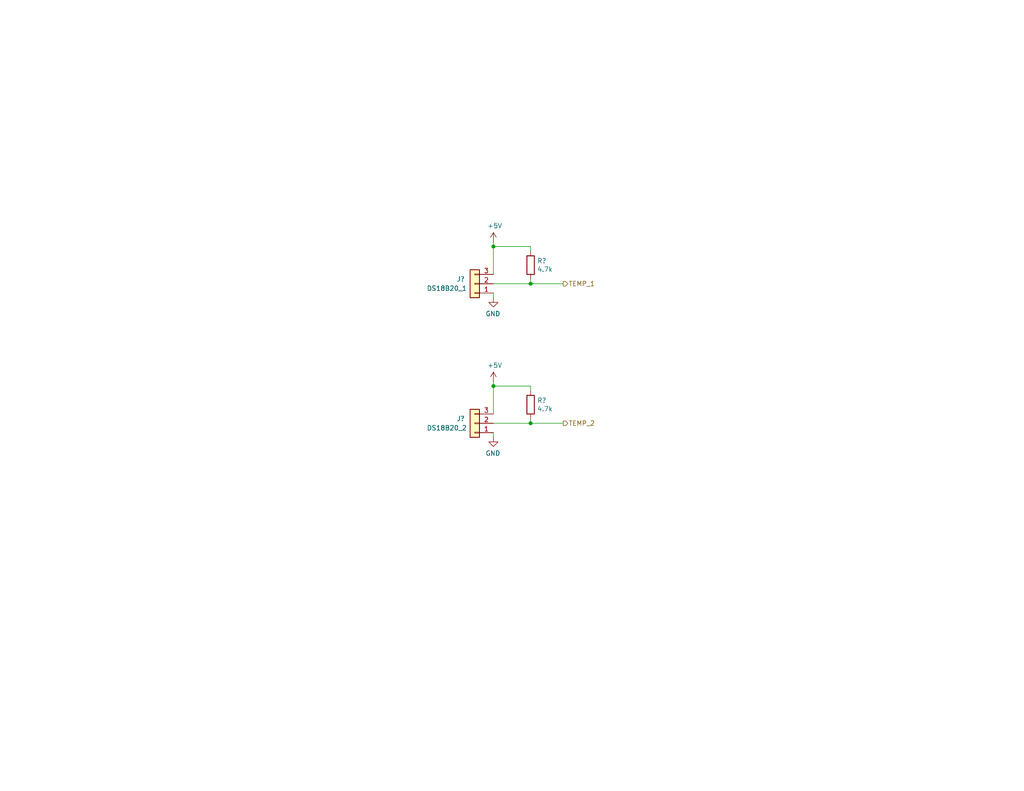
<source format=kicad_sch>
(kicad_sch (version 20211123) (generator eeschema)
  (paper "USLetter")
  (title_block (date "2021-01-22") (rev "3.0") (company "Cristóbal Cuevas Lagos") (comment 1 "Cristóbal Cuevas Lagos"))
  (lib_symbols
    (symbol "Connector_Generic:Conn_01x03" (pin_names (offset 1.016) hide)
      (property "Reference" "J" (at 0 5.08 0))
      (property "Value" "Conn_01x03" (at 0 -5.08 0))
      (symbol "Conn_01x03_1_1"
        (rectangle (start -1.27 -2.413) (end 0 -2.667) (stroke (width 0.1524)))
        (rectangle (start -1.27 0.127) (end 0 -0.127) (stroke (width 0.1524)))
        (rectangle (start -1.27 2.667) (end 0 2.413) (stroke (width 0.1524)))
        (rectangle (start -1.27 3.81) (end 1.27 -3.81) (stroke (width 0.254)) (fill (type background)))
        (pin passive line (at -5.08 2.54 0) (length 3.81) (name "Pin_1") (number "1"))
        (pin passive line (at -5.08 0 0) (length 3.81) (name "Pin_2") (number "2"))
        (pin passive line (at -5.08 -2.54 0) (length 3.81) (name "Pin_3") (number "3"))
      )
    )
    (symbol "Device:R" (pin_numbers hide) (pin_names (offset 0))
      (property "Reference" "R" (at 2.032 0 90))
      (property "Value" "R" (at 0 0 90))
      (symbol "R_0_1"
        (rectangle (start -1.016 -2.54) (end 1.016 2.54) (stroke (width 0.254)))
      )
      (symbol "R_1_1"
        (pin passive line (at 0 3.81 270) (length 1.27) (name "~") (number "1"))
        (pin passive line (at 0 -3.81 90) (length 1.27) (name "~") (number "2"))
      )
    )
    (symbol "power:+5V" (power) (pin_names (offset 0))
      (property "Value" "+5V" (at 0 3.556 0))
      (symbol "+5V_0_1"
        (polyline (pts (xy -0.762 1.27) (xy 0 2.54)))
        (polyline (pts (xy 0 0) (xy 0 2.54)))
        (polyline (pts (xy 0 2.54) (xy 0.762 1.27)))
      )
      (symbol "+5V_1_1"
        (pin power_in line (at 0 0 90) (length 0) hide (name "+5V") (number "1"))
      )
    )
    (symbol "power:GND" (power) (pin_names (offset 0))
      (property "Value" "GND" (at 0 -3.81 0))
      (symbol "GND_0_1"
        (polyline (pts (xy 0 0) (xy 0 -1.27) (xy 1.27 -1.27) (xy 0 -2.54) (xy -1.27 -1.27) (xy 0 -1.27)))
      )
      (symbol "GND_1_1"
        (pin power_in line (at 0 0 270) (length 0) hide (name "GND") (number "1"))
      )
    )
  )
  (junction (at 144.78 115.57))
  (junction (at 144.78 77.47))
  (junction (at 134.62 67.31))
  (junction (at 134.62 105.41))
  (wire (pts (xy 134.62 66.04) (xy 134.62 67.31)))
  (wire (pts (xy 134.62 67.31) (xy 134.62 74.93)))
  (wire (pts (xy 144.78 68.58) (xy 144.78 67.31)))
  (wire (pts (xy 134.62 105.41) (xy 134.62 113.03)))
  (wire (pts (xy 134.62 80.01) (xy 134.62 81.28)))
  (wire (pts (xy 134.62 104.14) (xy 134.62 105.41)))
  (wire (pts (xy 144.78 77.47) (xy 153.67 77.47)))
  (wire (pts (xy 144.78 115.57) (xy 153.67 115.57)))
  (wire (pts (xy 144.78 105.41) (xy 134.62 105.41)))
  (wire (pts (xy 134.62 115.57) (xy 144.78 115.57)))
  (wire (pts (xy 144.78 76.2) (xy 144.78 77.47)))
  (wire (pts (xy 144.78 114.3) (xy 144.78 115.57)))
  (wire (pts (xy 134.62 118.11) (xy 134.62 119.38)))
  (wire (pts (xy 144.78 106.68) (xy 144.78 105.41)))
  (wire (pts (xy 144.78 67.31) (xy 134.62 67.31)))
  (wire (pts (xy 134.62 77.47) (xy 144.78 77.47)))
  (hierarchical_label "TEMP_2" (shape output) (at 153.67 115.57 0))
  (hierarchical_label "TEMP_1" (shape output) (at 153.67 77.47 0))
  (symbol (lib_id "power:GND") (at 134.62 81.28 0) (mirror y) (unit 1)
    (property "Reference" "#PWR?" (effects hide))
    (property "Value" "GND" (at 134.493 85.6742 0))
  )
  (symbol (lib_id "power:GND") (at 134.62 119.38 0) (mirror y) (unit 1)
    (property "Reference" "#PWR?" (effects hide))
    (property "Value" "GND" (at 134.493 123.7742 0))
  )
  (symbol (lib_id "power:+5V") (at 134.62 104.14 0) (unit 1)
    (property "Reference" "#PWR?" (effects hide))
    (property "Value" "+5V" (at 135.001 99.7458 0))
  )
  (symbol (lib_id "power:+5V") (at 134.62 66.04 0) (unit 1)
    (property "Reference" "#PWR?" (effects hide))
    (property "Value" "+5V" (at 135.001 61.6458 0))
  )
  (symbol (lib_id "Device:R") (at 144.78 110.49 0) (unit 1)
    (property "Reference" "R?" (at 146.558 109.3216 0) (effects (justify left)))
    (property "Value" "4.7k" (at 146.558 111.633 0) (effects (justify left)))
    (property "Footprint" "Resistor_THT:R_Axial_DIN0207_L6.3mm_D2.5mm_P7.62mm_Horizontal" (effects hide))
  )
  (symbol (lib_id "Device:R") (at 144.78 72.39 0) (unit 1)
    (property "Reference" "R?" (at 146.558 71.2216 0) (effects (justify left)))
    (property "Value" "4.7k" (at 146.558 73.533 0) (effects (justify left)))
    (property "Footprint" "Resistor_THT:R_Axial_DIN0207_L6.3mm_D2.5mm_P7.62mm_Horizontal" (effects hide))
  )
  (symbol (lib_id "Connector_Generic:Conn_01x03") (at 129.54 77.47 180) (unit 1)
    (property "Reference" "J?" (at 125.73 76.2 0))
    (property "Value" "DS18B20_1" (at 121.92 78.74 0))
    (property "Footprint" "Connector_PinHeader_2.54mm:PinHeader_1x03_P2.54mm_Horizontal" (effects hide))
    (property "PartNumber" "2011-1X03G00SD025B" (effects hide))
  )
  (symbol (lib_id "Connector_Generic:Conn_01x03") (at 129.54 115.57 180) (unit 1)
    (property "Reference" "J?" (at 125.73 114.3 0))
    (property "Value" "DS18B20_2" (at 121.92 116.84 0))
    (property "Footprint" "Connector_PinHeader_2.54mm:PinHeader_1x03_P2.54mm_Horizontal" (effects hide))
    (property "PartNumber" "2011-1X03G00SD025B" (effects hide))
  )
)
</source>
